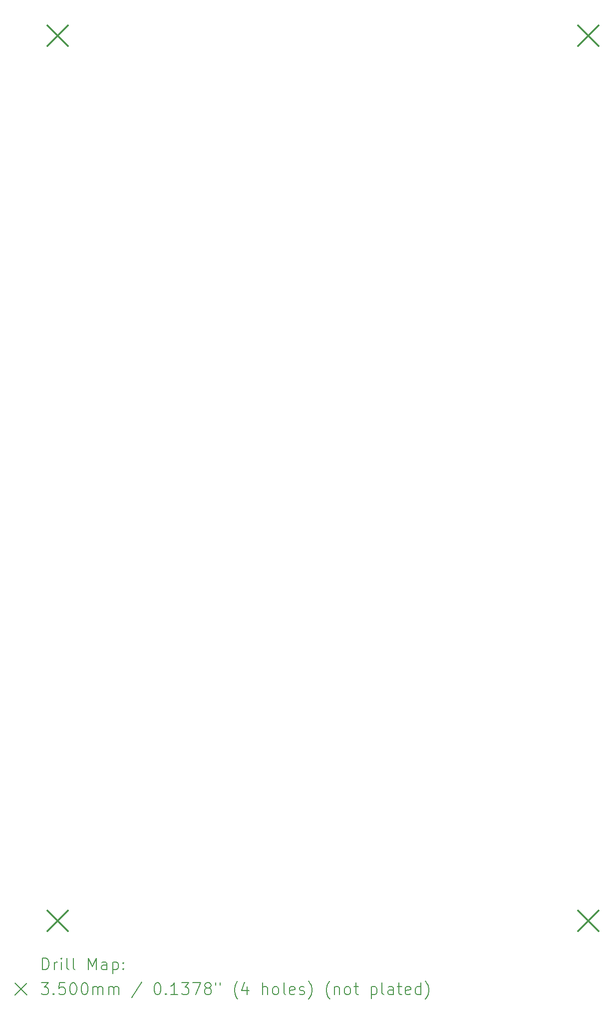
<source format=gbr>
%TF.GenerationSoftware,KiCad,Pcbnew,7.0.5*%
%TF.CreationDate,2023-06-10T14:41:36+02:00*%
%TF.ProjectId,EinTaktReset,45696e54-616b-4745-9265-7365742e6b69,rev?*%
%TF.SameCoordinates,Original*%
%TF.FileFunction,Drillmap*%
%TF.FilePolarity,Positive*%
%FSLAX45Y45*%
G04 Gerber Fmt 4.5, Leading zero omitted, Abs format (unit mm)*
G04 Created by KiCad (PCBNEW 7.0.5) date 2023-06-10 14:41:36*
%MOMM*%
%LPD*%
G01*
G04 APERTURE LIST*
%ADD10C,0.200000*%
%ADD11C,0.350000*%
G04 APERTURE END LIST*
D10*
D11*
X4135000Y-2611000D02*
X4485000Y-2961000D01*
X4485000Y-2611000D02*
X4135000Y-2961000D01*
X4135000Y-17611000D02*
X4485000Y-17961000D01*
X4485000Y-17611000D02*
X4135000Y-17961000D01*
X13135000Y-2611000D02*
X13485000Y-2961000D01*
X13485000Y-2611000D02*
X13135000Y-2961000D01*
X13135000Y-17611000D02*
X13485000Y-17961000D01*
X13485000Y-17611000D02*
X13135000Y-17961000D01*
D10*
X4051777Y-18616484D02*
X4051777Y-18416484D01*
X4051777Y-18416484D02*
X4099396Y-18416484D01*
X4099396Y-18416484D02*
X4127967Y-18426008D01*
X4127967Y-18426008D02*
X4147015Y-18445055D01*
X4147015Y-18445055D02*
X4156539Y-18464103D01*
X4156539Y-18464103D02*
X4166062Y-18502198D01*
X4166062Y-18502198D02*
X4166062Y-18530770D01*
X4166062Y-18530770D02*
X4156539Y-18568865D01*
X4156539Y-18568865D02*
X4147015Y-18587912D01*
X4147015Y-18587912D02*
X4127967Y-18606960D01*
X4127967Y-18606960D02*
X4099396Y-18616484D01*
X4099396Y-18616484D02*
X4051777Y-18616484D01*
X4251777Y-18616484D02*
X4251777Y-18483150D01*
X4251777Y-18521246D02*
X4261301Y-18502198D01*
X4261301Y-18502198D02*
X4270824Y-18492674D01*
X4270824Y-18492674D02*
X4289872Y-18483150D01*
X4289872Y-18483150D02*
X4308920Y-18483150D01*
X4375586Y-18616484D02*
X4375586Y-18483150D01*
X4375586Y-18416484D02*
X4366063Y-18426008D01*
X4366063Y-18426008D02*
X4375586Y-18435531D01*
X4375586Y-18435531D02*
X4385110Y-18426008D01*
X4385110Y-18426008D02*
X4375586Y-18416484D01*
X4375586Y-18416484D02*
X4375586Y-18435531D01*
X4499396Y-18616484D02*
X4480348Y-18606960D01*
X4480348Y-18606960D02*
X4470824Y-18587912D01*
X4470824Y-18587912D02*
X4470824Y-18416484D01*
X4604158Y-18616484D02*
X4585110Y-18606960D01*
X4585110Y-18606960D02*
X4575586Y-18587912D01*
X4575586Y-18587912D02*
X4575586Y-18416484D01*
X4832729Y-18616484D02*
X4832729Y-18416484D01*
X4832729Y-18416484D02*
X4899396Y-18559341D01*
X4899396Y-18559341D02*
X4966063Y-18416484D01*
X4966063Y-18416484D02*
X4966063Y-18616484D01*
X5147015Y-18616484D02*
X5147015Y-18511722D01*
X5147015Y-18511722D02*
X5137491Y-18492674D01*
X5137491Y-18492674D02*
X5118444Y-18483150D01*
X5118444Y-18483150D02*
X5080348Y-18483150D01*
X5080348Y-18483150D02*
X5061301Y-18492674D01*
X5147015Y-18606960D02*
X5127967Y-18616484D01*
X5127967Y-18616484D02*
X5080348Y-18616484D01*
X5080348Y-18616484D02*
X5061301Y-18606960D01*
X5061301Y-18606960D02*
X5051777Y-18587912D01*
X5051777Y-18587912D02*
X5051777Y-18568865D01*
X5051777Y-18568865D02*
X5061301Y-18549817D01*
X5061301Y-18549817D02*
X5080348Y-18540293D01*
X5080348Y-18540293D02*
X5127967Y-18540293D01*
X5127967Y-18540293D02*
X5147015Y-18530770D01*
X5242253Y-18483150D02*
X5242253Y-18683150D01*
X5242253Y-18492674D02*
X5261301Y-18483150D01*
X5261301Y-18483150D02*
X5299396Y-18483150D01*
X5299396Y-18483150D02*
X5318444Y-18492674D01*
X5318444Y-18492674D02*
X5327967Y-18502198D01*
X5327967Y-18502198D02*
X5337491Y-18521246D01*
X5337491Y-18521246D02*
X5337491Y-18578389D01*
X5337491Y-18578389D02*
X5327967Y-18597436D01*
X5327967Y-18597436D02*
X5318444Y-18606960D01*
X5318444Y-18606960D02*
X5299396Y-18616484D01*
X5299396Y-18616484D02*
X5261301Y-18616484D01*
X5261301Y-18616484D02*
X5242253Y-18606960D01*
X5423205Y-18597436D02*
X5432729Y-18606960D01*
X5432729Y-18606960D02*
X5423205Y-18616484D01*
X5423205Y-18616484D02*
X5413682Y-18606960D01*
X5413682Y-18606960D02*
X5423205Y-18597436D01*
X5423205Y-18597436D02*
X5423205Y-18616484D01*
X5423205Y-18492674D02*
X5432729Y-18502198D01*
X5432729Y-18502198D02*
X5423205Y-18511722D01*
X5423205Y-18511722D02*
X5413682Y-18502198D01*
X5413682Y-18502198D02*
X5423205Y-18492674D01*
X5423205Y-18492674D02*
X5423205Y-18511722D01*
X3591000Y-18845000D02*
X3791000Y-19045000D01*
X3791000Y-18845000D02*
X3591000Y-19045000D01*
X4032729Y-18836484D02*
X4156539Y-18836484D01*
X4156539Y-18836484D02*
X4089872Y-18912674D01*
X4089872Y-18912674D02*
X4118443Y-18912674D01*
X4118443Y-18912674D02*
X4137491Y-18922198D01*
X4137491Y-18922198D02*
X4147015Y-18931722D01*
X4147015Y-18931722D02*
X4156539Y-18950770D01*
X4156539Y-18950770D02*
X4156539Y-18998389D01*
X4156539Y-18998389D02*
X4147015Y-19017436D01*
X4147015Y-19017436D02*
X4137491Y-19026960D01*
X4137491Y-19026960D02*
X4118443Y-19036484D01*
X4118443Y-19036484D02*
X4061301Y-19036484D01*
X4061301Y-19036484D02*
X4042253Y-19026960D01*
X4042253Y-19026960D02*
X4032729Y-19017436D01*
X4242253Y-19017436D02*
X4251777Y-19026960D01*
X4251777Y-19026960D02*
X4242253Y-19036484D01*
X4242253Y-19036484D02*
X4232729Y-19026960D01*
X4232729Y-19026960D02*
X4242253Y-19017436D01*
X4242253Y-19017436D02*
X4242253Y-19036484D01*
X4432729Y-18836484D02*
X4337491Y-18836484D01*
X4337491Y-18836484D02*
X4327967Y-18931722D01*
X4327967Y-18931722D02*
X4337491Y-18922198D01*
X4337491Y-18922198D02*
X4356539Y-18912674D01*
X4356539Y-18912674D02*
X4404158Y-18912674D01*
X4404158Y-18912674D02*
X4423205Y-18922198D01*
X4423205Y-18922198D02*
X4432729Y-18931722D01*
X4432729Y-18931722D02*
X4442253Y-18950770D01*
X4442253Y-18950770D02*
X4442253Y-18998389D01*
X4442253Y-18998389D02*
X4432729Y-19017436D01*
X4432729Y-19017436D02*
X4423205Y-19026960D01*
X4423205Y-19026960D02*
X4404158Y-19036484D01*
X4404158Y-19036484D02*
X4356539Y-19036484D01*
X4356539Y-19036484D02*
X4337491Y-19026960D01*
X4337491Y-19026960D02*
X4327967Y-19017436D01*
X4566063Y-18836484D02*
X4585110Y-18836484D01*
X4585110Y-18836484D02*
X4604158Y-18846008D01*
X4604158Y-18846008D02*
X4613682Y-18855531D01*
X4613682Y-18855531D02*
X4623205Y-18874579D01*
X4623205Y-18874579D02*
X4632729Y-18912674D01*
X4632729Y-18912674D02*
X4632729Y-18960293D01*
X4632729Y-18960293D02*
X4623205Y-18998389D01*
X4623205Y-18998389D02*
X4613682Y-19017436D01*
X4613682Y-19017436D02*
X4604158Y-19026960D01*
X4604158Y-19026960D02*
X4585110Y-19036484D01*
X4585110Y-19036484D02*
X4566063Y-19036484D01*
X4566063Y-19036484D02*
X4547015Y-19026960D01*
X4547015Y-19026960D02*
X4537491Y-19017436D01*
X4537491Y-19017436D02*
X4527967Y-18998389D01*
X4527967Y-18998389D02*
X4518444Y-18960293D01*
X4518444Y-18960293D02*
X4518444Y-18912674D01*
X4518444Y-18912674D02*
X4527967Y-18874579D01*
X4527967Y-18874579D02*
X4537491Y-18855531D01*
X4537491Y-18855531D02*
X4547015Y-18846008D01*
X4547015Y-18846008D02*
X4566063Y-18836484D01*
X4756539Y-18836484D02*
X4775586Y-18836484D01*
X4775586Y-18836484D02*
X4794634Y-18846008D01*
X4794634Y-18846008D02*
X4804158Y-18855531D01*
X4804158Y-18855531D02*
X4813682Y-18874579D01*
X4813682Y-18874579D02*
X4823205Y-18912674D01*
X4823205Y-18912674D02*
X4823205Y-18960293D01*
X4823205Y-18960293D02*
X4813682Y-18998389D01*
X4813682Y-18998389D02*
X4804158Y-19017436D01*
X4804158Y-19017436D02*
X4794634Y-19026960D01*
X4794634Y-19026960D02*
X4775586Y-19036484D01*
X4775586Y-19036484D02*
X4756539Y-19036484D01*
X4756539Y-19036484D02*
X4737491Y-19026960D01*
X4737491Y-19026960D02*
X4727967Y-19017436D01*
X4727967Y-19017436D02*
X4718444Y-18998389D01*
X4718444Y-18998389D02*
X4708920Y-18960293D01*
X4708920Y-18960293D02*
X4708920Y-18912674D01*
X4708920Y-18912674D02*
X4718444Y-18874579D01*
X4718444Y-18874579D02*
X4727967Y-18855531D01*
X4727967Y-18855531D02*
X4737491Y-18846008D01*
X4737491Y-18846008D02*
X4756539Y-18836484D01*
X4908920Y-19036484D02*
X4908920Y-18903150D01*
X4908920Y-18922198D02*
X4918444Y-18912674D01*
X4918444Y-18912674D02*
X4937491Y-18903150D01*
X4937491Y-18903150D02*
X4966063Y-18903150D01*
X4966063Y-18903150D02*
X4985110Y-18912674D01*
X4985110Y-18912674D02*
X4994634Y-18931722D01*
X4994634Y-18931722D02*
X4994634Y-19036484D01*
X4994634Y-18931722D02*
X5004158Y-18912674D01*
X5004158Y-18912674D02*
X5023205Y-18903150D01*
X5023205Y-18903150D02*
X5051777Y-18903150D01*
X5051777Y-18903150D02*
X5070825Y-18912674D01*
X5070825Y-18912674D02*
X5080348Y-18931722D01*
X5080348Y-18931722D02*
X5080348Y-19036484D01*
X5175586Y-19036484D02*
X5175586Y-18903150D01*
X5175586Y-18922198D02*
X5185110Y-18912674D01*
X5185110Y-18912674D02*
X5204158Y-18903150D01*
X5204158Y-18903150D02*
X5232729Y-18903150D01*
X5232729Y-18903150D02*
X5251777Y-18912674D01*
X5251777Y-18912674D02*
X5261301Y-18931722D01*
X5261301Y-18931722D02*
X5261301Y-19036484D01*
X5261301Y-18931722D02*
X5270825Y-18912674D01*
X5270825Y-18912674D02*
X5289872Y-18903150D01*
X5289872Y-18903150D02*
X5318444Y-18903150D01*
X5318444Y-18903150D02*
X5337491Y-18912674D01*
X5337491Y-18912674D02*
X5347015Y-18931722D01*
X5347015Y-18931722D02*
X5347015Y-19036484D01*
X5737491Y-18826960D02*
X5566063Y-19084103D01*
X5994634Y-18836484D02*
X6013682Y-18836484D01*
X6013682Y-18836484D02*
X6032729Y-18846008D01*
X6032729Y-18846008D02*
X6042253Y-18855531D01*
X6042253Y-18855531D02*
X6051777Y-18874579D01*
X6051777Y-18874579D02*
X6061301Y-18912674D01*
X6061301Y-18912674D02*
X6061301Y-18960293D01*
X6061301Y-18960293D02*
X6051777Y-18998389D01*
X6051777Y-18998389D02*
X6042253Y-19017436D01*
X6042253Y-19017436D02*
X6032729Y-19026960D01*
X6032729Y-19026960D02*
X6013682Y-19036484D01*
X6013682Y-19036484D02*
X5994634Y-19036484D01*
X5994634Y-19036484D02*
X5975586Y-19026960D01*
X5975586Y-19026960D02*
X5966063Y-19017436D01*
X5966063Y-19017436D02*
X5956539Y-18998389D01*
X5956539Y-18998389D02*
X5947015Y-18960293D01*
X5947015Y-18960293D02*
X5947015Y-18912674D01*
X5947015Y-18912674D02*
X5956539Y-18874579D01*
X5956539Y-18874579D02*
X5966063Y-18855531D01*
X5966063Y-18855531D02*
X5975586Y-18846008D01*
X5975586Y-18846008D02*
X5994634Y-18836484D01*
X6147015Y-19017436D02*
X6156539Y-19026960D01*
X6156539Y-19026960D02*
X6147015Y-19036484D01*
X6147015Y-19036484D02*
X6137491Y-19026960D01*
X6137491Y-19026960D02*
X6147015Y-19017436D01*
X6147015Y-19017436D02*
X6147015Y-19036484D01*
X6347015Y-19036484D02*
X6232729Y-19036484D01*
X6289872Y-19036484D02*
X6289872Y-18836484D01*
X6289872Y-18836484D02*
X6270825Y-18865055D01*
X6270825Y-18865055D02*
X6251777Y-18884103D01*
X6251777Y-18884103D02*
X6232729Y-18893627D01*
X6413682Y-18836484D02*
X6537491Y-18836484D01*
X6537491Y-18836484D02*
X6470825Y-18912674D01*
X6470825Y-18912674D02*
X6499396Y-18912674D01*
X6499396Y-18912674D02*
X6518444Y-18922198D01*
X6518444Y-18922198D02*
X6527967Y-18931722D01*
X6527967Y-18931722D02*
X6537491Y-18950770D01*
X6537491Y-18950770D02*
X6537491Y-18998389D01*
X6537491Y-18998389D02*
X6527967Y-19017436D01*
X6527967Y-19017436D02*
X6518444Y-19026960D01*
X6518444Y-19026960D02*
X6499396Y-19036484D01*
X6499396Y-19036484D02*
X6442253Y-19036484D01*
X6442253Y-19036484D02*
X6423206Y-19026960D01*
X6423206Y-19026960D02*
X6413682Y-19017436D01*
X6604158Y-18836484D02*
X6737491Y-18836484D01*
X6737491Y-18836484D02*
X6651777Y-19036484D01*
X6842253Y-18922198D02*
X6823206Y-18912674D01*
X6823206Y-18912674D02*
X6813682Y-18903150D01*
X6813682Y-18903150D02*
X6804158Y-18884103D01*
X6804158Y-18884103D02*
X6804158Y-18874579D01*
X6804158Y-18874579D02*
X6813682Y-18855531D01*
X6813682Y-18855531D02*
X6823206Y-18846008D01*
X6823206Y-18846008D02*
X6842253Y-18836484D01*
X6842253Y-18836484D02*
X6880348Y-18836484D01*
X6880348Y-18836484D02*
X6899396Y-18846008D01*
X6899396Y-18846008D02*
X6908920Y-18855531D01*
X6908920Y-18855531D02*
X6918444Y-18874579D01*
X6918444Y-18874579D02*
X6918444Y-18884103D01*
X6918444Y-18884103D02*
X6908920Y-18903150D01*
X6908920Y-18903150D02*
X6899396Y-18912674D01*
X6899396Y-18912674D02*
X6880348Y-18922198D01*
X6880348Y-18922198D02*
X6842253Y-18922198D01*
X6842253Y-18922198D02*
X6823206Y-18931722D01*
X6823206Y-18931722D02*
X6813682Y-18941246D01*
X6813682Y-18941246D02*
X6804158Y-18960293D01*
X6804158Y-18960293D02*
X6804158Y-18998389D01*
X6804158Y-18998389D02*
X6813682Y-19017436D01*
X6813682Y-19017436D02*
X6823206Y-19026960D01*
X6823206Y-19026960D02*
X6842253Y-19036484D01*
X6842253Y-19036484D02*
X6880348Y-19036484D01*
X6880348Y-19036484D02*
X6899396Y-19026960D01*
X6899396Y-19026960D02*
X6908920Y-19017436D01*
X6908920Y-19017436D02*
X6918444Y-18998389D01*
X6918444Y-18998389D02*
X6918444Y-18960293D01*
X6918444Y-18960293D02*
X6908920Y-18941246D01*
X6908920Y-18941246D02*
X6899396Y-18931722D01*
X6899396Y-18931722D02*
X6880348Y-18922198D01*
X6994634Y-18836484D02*
X6994634Y-18874579D01*
X7070825Y-18836484D02*
X7070825Y-18874579D01*
X7366063Y-19112674D02*
X7356539Y-19103150D01*
X7356539Y-19103150D02*
X7337491Y-19074579D01*
X7337491Y-19074579D02*
X7327968Y-19055531D01*
X7327968Y-19055531D02*
X7318444Y-19026960D01*
X7318444Y-19026960D02*
X7308920Y-18979341D01*
X7308920Y-18979341D02*
X7308920Y-18941246D01*
X7308920Y-18941246D02*
X7318444Y-18893627D01*
X7318444Y-18893627D02*
X7327968Y-18865055D01*
X7327968Y-18865055D02*
X7337491Y-18846008D01*
X7337491Y-18846008D02*
X7356539Y-18817436D01*
X7356539Y-18817436D02*
X7366063Y-18807912D01*
X7527968Y-18903150D02*
X7527968Y-19036484D01*
X7480348Y-18826960D02*
X7432729Y-18969817D01*
X7432729Y-18969817D02*
X7556539Y-18969817D01*
X7785110Y-19036484D02*
X7785110Y-18836484D01*
X7870825Y-19036484D02*
X7870825Y-18931722D01*
X7870825Y-18931722D02*
X7861301Y-18912674D01*
X7861301Y-18912674D02*
X7842253Y-18903150D01*
X7842253Y-18903150D02*
X7813682Y-18903150D01*
X7813682Y-18903150D02*
X7794634Y-18912674D01*
X7794634Y-18912674D02*
X7785110Y-18922198D01*
X7994634Y-19036484D02*
X7975587Y-19026960D01*
X7975587Y-19026960D02*
X7966063Y-19017436D01*
X7966063Y-19017436D02*
X7956539Y-18998389D01*
X7956539Y-18998389D02*
X7956539Y-18941246D01*
X7956539Y-18941246D02*
X7966063Y-18922198D01*
X7966063Y-18922198D02*
X7975587Y-18912674D01*
X7975587Y-18912674D02*
X7994634Y-18903150D01*
X7994634Y-18903150D02*
X8023206Y-18903150D01*
X8023206Y-18903150D02*
X8042253Y-18912674D01*
X8042253Y-18912674D02*
X8051777Y-18922198D01*
X8051777Y-18922198D02*
X8061301Y-18941246D01*
X8061301Y-18941246D02*
X8061301Y-18998389D01*
X8061301Y-18998389D02*
X8051777Y-19017436D01*
X8051777Y-19017436D02*
X8042253Y-19026960D01*
X8042253Y-19026960D02*
X8023206Y-19036484D01*
X8023206Y-19036484D02*
X7994634Y-19036484D01*
X8175587Y-19036484D02*
X8156539Y-19026960D01*
X8156539Y-19026960D02*
X8147015Y-19007912D01*
X8147015Y-19007912D02*
X8147015Y-18836484D01*
X8327968Y-19026960D02*
X8308920Y-19036484D01*
X8308920Y-19036484D02*
X8270825Y-19036484D01*
X8270825Y-19036484D02*
X8251777Y-19026960D01*
X8251777Y-19026960D02*
X8242253Y-19007912D01*
X8242253Y-19007912D02*
X8242253Y-18931722D01*
X8242253Y-18931722D02*
X8251777Y-18912674D01*
X8251777Y-18912674D02*
X8270825Y-18903150D01*
X8270825Y-18903150D02*
X8308920Y-18903150D01*
X8308920Y-18903150D02*
X8327968Y-18912674D01*
X8327968Y-18912674D02*
X8337491Y-18931722D01*
X8337491Y-18931722D02*
X8337491Y-18950770D01*
X8337491Y-18950770D02*
X8242253Y-18969817D01*
X8413682Y-19026960D02*
X8432730Y-19036484D01*
X8432730Y-19036484D02*
X8470825Y-19036484D01*
X8470825Y-19036484D02*
X8489873Y-19026960D01*
X8489873Y-19026960D02*
X8499396Y-19007912D01*
X8499396Y-19007912D02*
X8499396Y-18998389D01*
X8499396Y-18998389D02*
X8489873Y-18979341D01*
X8489873Y-18979341D02*
X8470825Y-18969817D01*
X8470825Y-18969817D02*
X8442253Y-18969817D01*
X8442253Y-18969817D02*
X8423206Y-18960293D01*
X8423206Y-18960293D02*
X8413682Y-18941246D01*
X8413682Y-18941246D02*
X8413682Y-18931722D01*
X8413682Y-18931722D02*
X8423206Y-18912674D01*
X8423206Y-18912674D02*
X8442253Y-18903150D01*
X8442253Y-18903150D02*
X8470825Y-18903150D01*
X8470825Y-18903150D02*
X8489873Y-18912674D01*
X8566063Y-19112674D02*
X8575587Y-19103150D01*
X8575587Y-19103150D02*
X8594634Y-19074579D01*
X8594634Y-19074579D02*
X8604158Y-19055531D01*
X8604158Y-19055531D02*
X8613682Y-19026960D01*
X8613682Y-19026960D02*
X8623206Y-18979341D01*
X8623206Y-18979341D02*
X8623206Y-18941246D01*
X8623206Y-18941246D02*
X8613682Y-18893627D01*
X8613682Y-18893627D02*
X8604158Y-18865055D01*
X8604158Y-18865055D02*
X8594634Y-18846008D01*
X8594634Y-18846008D02*
X8575587Y-18817436D01*
X8575587Y-18817436D02*
X8566063Y-18807912D01*
X8927968Y-19112674D02*
X8918444Y-19103150D01*
X8918444Y-19103150D02*
X8899396Y-19074579D01*
X8899396Y-19074579D02*
X8889873Y-19055531D01*
X8889873Y-19055531D02*
X8880349Y-19026960D01*
X8880349Y-19026960D02*
X8870825Y-18979341D01*
X8870825Y-18979341D02*
X8870825Y-18941246D01*
X8870825Y-18941246D02*
X8880349Y-18893627D01*
X8880349Y-18893627D02*
X8889873Y-18865055D01*
X8889873Y-18865055D02*
X8899396Y-18846008D01*
X8899396Y-18846008D02*
X8918444Y-18817436D01*
X8918444Y-18817436D02*
X8927968Y-18807912D01*
X9004158Y-18903150D02*
X9004158Y-19036484D01*
X9004158Y-18922198D02*
X9013682Y-18912674D01*
X9013682Y-18912674D02*
X9032730Y-18903150D01*
X9032730Y-18903150D02*
X9061301Y-18903150D01*
X9061301Y-18903150D02*
X9080349Y-18912674D01*
X9080349Y-18912674D02*
X9089873Y-18931722D01*
X9089873Y-18931722D02*
X9089873Y-19036484D01*
X9213682Y-19036484D02*
X9194634Y-19026960D01*
X9194634Y-19026960D02*
X9185111Y-19017436D01*
X9185111Y-19017436D02*
X9175587Y-18998389D01*
X9175587Y-18998389D02*
X9175587Y-18941246D01*
X9175587Y-18941246D02*
X9185111Y-18922198D01*
X9185111Y-18922198D02*
X9194634Y-18912674D01*
X9194634Y-18912674D02*
X9213682Y-18903150D01*
X9213682Y-18903150D02*
X9242254Y-18903150D01*
X9242254Y-18903150D02*
X9261301Y-18912674D01*
X9261301Y-18912674D02*
X9270825Y-18922198D01*
X9270825Y-18922198D02*
X9280349Y-18941246D01*
X9280349Y-18941246D02*
X9280349Y-18998389D01*
X9280349Y-18998389D02*
X9270825Y-19017436D01*
X9270825Y-19017436D02*
X9261301Y-19026960D01*
X9261301Y-19026960D02*
X9242254Y-19036484D01*
X9242254Y-19036484D02*
X9213682Y-19036484D01*
X9337492Y-18903150D02*
X9413682Y-18903150D01*
X9366063Y-18836484D02*
X9366063Y-19007912D01*
X9366063Y-19007912D02*
X9375587Y-19026960D01*
X9375587Y-19026960D02*
X9394634Y-19036484D01*
X9394634Y-19036484D02*
X9413682Y-19036484D01*
X9632730Y-18903150D02*
X9632730Y-19103150D01*
X9632730Y-18912674D02*
X9651777Y-18903150D01*
X9651777Y-18903150D02*
X9689873Y-18903150D01*
X9689873Y-18903150D02*
X9708920Y-18912674D01*
X9708920Y-18912674D02*
X9718444Y-18922198D01*
X9718444Y-18922198D02*
X9727968Y-18941246D01*
X9727968Y-18941246D02*
X9727968Y-18998389D01*
X9727968Y-18998389D02*
X9718444Y-19017436D01*
X9718444Y-19017436D02*
X9708920Y-19026960D01*
X9708920Y-19026960D02*
X9689873Y-19036484D01*
X9689873Y-19036484D02*
X9651777Y-19036484D01*
X9651777Y-19036484D02*
X9632730Y-19026960D01*
X9842254Y-19036484D02*
X9823206Y-19026960D01*
X9823206Y-19026960D02*
X9813682Y-19007912D01*
X9813682Y-19007912D02*
X9813682Y-18836484D01*
X10004158Y-19036484D02*
X10004158Y-18931722D01*
X10004158Y-18931722D02*
X9994635Y-18912674D01*
X9994635Y-18912674D02*
X9975587Y-18903150D01*
X9975587Y-18903150D02*
X9937492Y-18903150D01*
X9937492Y-18903150D02*
X9918444Y-18912674D01*
X10004158Y-19026960D02*
X9985111Y-19036484D01*
X9985111Y-19036484D02*
X9937492Y-19036484D01*
X9937492Y-19036484D02*
X9918444Y-19026960D01*
X9918444Y-19026960D02*
X9908920Y-19007912D01*
X9908920Y-19007912D02*
X9908920Y-18988865D01*
X9908920Y-18988865D02*
X9918444Y-18969817D01*
X9918444Y-18969817D02*
X9937492Y-18960293D01*
X9937492Y-18960293D02*
X9985111Y-18960293D01*
X9985111Y-18960293D02*
X10004158Y-18950770D01*
X10070825Y-18903150D02*
X10147015Y-18903150D01*
X10099396Y-18836484D02*
X10099396Y-19007912D01*
X10099396Y-19007912D02*
X10108920Y-19026960D01*
X10108920Y-19026960D02*
X10127968Y-19036484D01*
X10127968Y-19036484D02*
X10147015Y-19036484D01*
X10289873Y-19026960D02*
X10270825Y-19036484D01*
X10270825Y-19036484D02*
X10232730Y-19036484D01*
X10232730Y-19036484D02*
X10213682Y-19026960D01*
X10213682Y-19026960D02*
X10204158Y-19007912D01*
X10204158Y-19007912D02*
X10204158Y-18931722D01*
X10204158Y-18931722D02*
X10213682Y-18912674D01*
X10213682Y-18912674D02*
X10232730Y-18903150D01*
X10232730Y-18903150D02*
X10270825Y-18903150D01*
X10270825Y-18903150D02*
X10289873Y-18912674D01*
X10289873Y-18912674D02*
X10299396Y-18931722D01*
X10299396Y-18931722D02*
X10299396Y-18950770D01*
X10299396Y-18950770D02*
X10204158Y-18969817D01*
X10470825Y-19036484D02*
X10470825Y-18836484D01*
X10470825Y-19026960D02*
X10451777Y-19036484D01*
X10451777Y-19036484D02*
X10413682Y-19036484D01*
X10413682Y-19036484D02*
X10394635Y-19026960D01*
X10394635Y-19026960D02*
X10385111Y-19017436D01*
X10385111Y-19017436D02*
X10375587Y-18998389D01*
X10375587Y-18998389D02*
X10375587Y-18941246D01*
X10375587Y-18941246D02*
X10385111Y-18922198D01*
X10385111Y-18922198D02*
X10394635Y-18912674D01*
X10394635Y-18912674D02*
X10413682Y-18903150D01*
X10413682Y-18903150D02*
X10451777Y-18903150D01*
X10451777Y-18903150D02*
X10470825Y-18912674D01*
X10547016Y-19112674D02*
X10556539Y-19103150D01*
X10556539Y-19103150D02*
X10575587Y-19074579D01*
X10575587Y-19074579D02*
X10585111Y-19055531D01*
X10585111Y-19055531D02*
X10594635Y-19026960D01*
X10594635Y-19026960D02*
X10604158Y-18979341D01*
X10604158Y-18979341D02*
X10604158Y-18941246D01*
X10604158Y-18941246D02*
X10594635Y-18893627D01*
X10594635Y-18893627D02*
X10585111Y-18865055D01*
X10585111Y-18865055D02*
X10575587Y-18846008D01*
X10575587Y-18846008D02*
X10556539Y-18817436D01*
X10556539Y-18817436D02*
X10547016Y-18807912D01*
M02*

</source>
